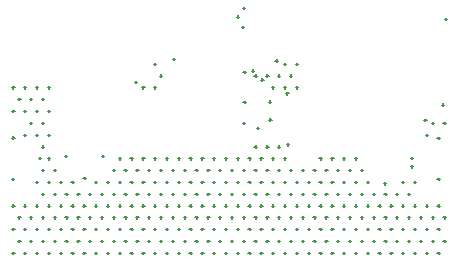
<source format=gbr>
%TF.GenerationSoftware,Altium Limited,Altium Designer,24.7.2 (38)*%
G04 Layer_Color=128*
%FSLAX45Y45*%
%MOMM*%
%TF.SameCoordinates,665F1D1F-C803-44D7-9F74-9D0A5895F251*%
%TF.FilePolarity,Positive*%
%TF.FileFunction,Drillmap*%
%TF.Part,Single*%
G01*
G75*
%TA.AperFunction,NonConductor*%
%ADD41C,0.12700*%
D41*
X10260000Y4757500D02*
X10280000D01*
X10270000Y4747500D02*
Y4767500D01*
X8635000Y4520000D02*
X8655000D01*
X8645000Y4510000D02*
Y4530000D01*
X8947500Y4522500D02*
X8967500D01*
X8957500Y4512500D02*
Y4532500D01*
X11840006Y4800003D02*
X11860006D01*
X11850006Y4790003D02*
Y4810003D01*
X11790006Y4100002D02*
X11810006D01*
X11800006Y4090002D02*
Y4110002D01*
X11840006Y4000002D02*
X11860006D01*
X11850006Y3990002D02*
Y4010002D01*
X11790006Y3900002D02*
X11810006D01*
X11800006Y3890002D02*
Y3910002D01*
X11840006Y3800002D02*
X11860006D01*
X11850006Y3790002D02*
Y3810002D01*
X11790006Y3700002D02*
X11810006D01*
X11800006Y3690002D02*
Y3710002D01*
X11740006Y4800003D02*
X11760006D01*
X11750006Y4790003D02*
Y4810003D01*
X11690006Y4700003D02*
X11710006D01*
X11700006Y4690003D02*
Y4710003D01*
X11690006Y4100002D02*
X11710006D01*
X11700006Y4090002D02*
Y4110002D01*
X11740006Y4000002D02*
X11760006D01*
X11750006Y3990002D02*
Y4010002D01*
X11690006Y3900002D02*
X11710006D01*
X11700006Y3890002D02*
Y3910002D01*
X11740006Y3800002D02*
X11760006D01*
X11750006Y3790002D02*
Y3810002D01*
X11690006Y3700002D02*
X11710006D01*
X11700006Y3690002D02*
Y3710002D01*
X11590006Y4300002D02*
X11610006D01*
X11600006Y4290002D02*
Y4310002D01*
X11590006Y4100002D02*
X11610006D01*
X11600006Y4090002D02*
Y4110002D01*
X11640006Y4000002D02*
X11660006D01*
X11650006Y3990002D02*
Y4010002D01*
X11590006Y3900002D02*
X11610006D01*
X11600006Y3890002D02*
Y3910002D01*
X11640006Y3800002D02*
X11660006D01*
X11650006Y3790002D02*
Y3810002D01*
X11590006Y3700002D02*
X11610006D01*
X11600006Y3690002D02*
Y3710002D01*
X11490006Y4300002D02*
X11510006D01*
X11500006Y4290002D02*
Y4310002D01*
X11540006Y4200002D02*
X11560006D01*
X11550006Y4190002D02*
Y4210002D01*
X11490006Y4100002D02*
X11510006D01*
X11500006Y4090002D02*
Y4110002D01*
X11540006Y4000002D02*
X11560006D01*
X11550006Y3990002D02*
Y4010002D01*
X11490006Y3900002D02*
X11510006D01*
X11500006Y3890002D02*
Y3910002D01*
X11540006Y3800002D02*
X11560006D01*
X11550006Y3790002D02*
Y3810002D01*
X11490006Y3700002D02*
X11510006D01*
X11500006Y3690002D02*
Y3710002D01*
X11440006Y4200002D02*
X11460006D01*
X11450006Y4190002D02*
Y4210002D01*
X11390006Y4100002D02*
X11410006D01*
X11400006Y4090002D02*
Y4110002D01*
X11440006Y4000002D02*
X11460006D01*
X11450006Y3990002D02*
Y4010002D01*
X11390006Y3900002D02*
X11410006D01*
X11400006Y3890002D02*
Y3910002D01*
X11440006Y3800002D02*
X11460006D01*
X11450006Y3790002D02*
Y3810002D01*
X11390006Y3700002D02*
X11410006D01*
X11400006Y3690002D02*
Y3710002D01*
X11340006Y4200002D02*
X11360006D01*
X11350006Y4190002D02*
Y4210002D01*
X11290006Y4100002D02*
X11310006D01*
X11300006Y4090002D02*
Y4110002D01*
X11340006Y4000002D02*
X11360006D01*
X11350006Y3990002D02*
Y4010002D01*
X11290006Y3900002D02*
X11310006D01*
X11300006Y3890002D02*
Y3910002D01*
X11340006Y3800002D02*
X11360006D01*
X11350006Y3790002D02*
Y3810002D01*
X11290006Y3700002D02*
X11310006D01*
X11300006Y3690002D02*
Y3710002D01*
X11190006Y4300002D02*
X11210006D01*
X11200006Y4290002D02*
Y4310002D01*
X11240006Y4200002D02*
X11260006D01*
X11250006Y4190002D02*
Y4210002D01*
X11190006Y4100002D02*
X11210006D01*
X11200006Y4090002D02*
Y4110002D01*
X11240006Y4000002D02*
X11260006D01*
X11250006Y3990002D02*
Y4010002D01*
X11190006Y3900002D02*
X11210006D01*
X11200006Y3890002D02*
Y3910002D01*
X11240006Y3800002D02*
X11260006D01*
X11250006Y3790002D02*
Y3810002D01*
X11190006Y3700002D02*
X11210006D01*
X11200006Y3690002D02*
Y3710002D01*
X11090006Y4500002D02*
X11110006D01*
X11100006Y4490002D02*
Y4510002D01*
X11140006Y4400002D02*
X11160006D01*
X11150006Y4390002D02*
Y4410002D01*
X11090006Y4300002D02*
X11110006D01*
X11100006Y4290002D02*
Y4310002D01*
X11140006Y4200002D02*
X11160006D01*
X11150006Y4190002D02*
Y4210002D01*
X11090006Y4100002D02*
X11110006D01*
X11100006Y4090002D02*
Y4110002D01*
X11140006Y4000002D02*
X11160006D01*
X11150006Y3990002D02*
Y4010002D01*
X11090006Y3900002D02*
X11110006D01*
X11100006Y3890002D02*
Y3910002D01*
X11140006Y3800002D02*
X11160006D01*
X11150006Y3790002D02*
Y3810002D01*
X11090006Y3700002D02*
X11110006D01*
X11100006Y3690002D02*
Y3710002D01*
X10990006Y4500002D02*
X11010006D01*
X11000006Y4490002D02*
Y4510002D01*
X11040006Y4400002D02*
X11060006D01*
X11050006Y4390002D02*
Y4410002D01*
X10990006Y4300002D02*
X11010006D01*
X11000006Y4290002D02*
Y4310002D01*
X11040006Y4200002D02*
X11060006D01*
X11050006Y4190002D02*
Y4210002D01*
X10990006Y4100002D02*
X11010006D01*
X11000006Y4090002D02*
Y4110002D01*
X11040006Y4000002D02*
X11060006D01*
X11050006Y3990002D02*
Y4010002D01*
X10990006Y3900002D02*
X11010006D01*
X11000006Y3890002D02*
Y3910002D01*
X11040006Y3800002D02*
X11060006D01*
X11050006Y3790002D02*
Y3810002D01*
X10990006Y3700002D02*
X11010006D01*
X11000006Y3690002D02*
Y3710002D01*
X10890006Y4500002D02*
X10910006D01*
X10900006Y4490002D02*
Y4510002D01*
X10940006Y4400002D02*
X10960006D01*
X10950006Y4390002D02*
Y4410002D01*
X10890006Y4300002D02*
X10910006D01*
X10900006Y4290002D02*
Y4310002D01*
X10940006Y4200002D02*
X10960006D01*
X10950006Y4190002D02*
Y4210002D01*
X10890006Y4100002D02*
X10910006D01*
X10900006Y4090002D02*
Y4110002D01*
X10940006Y4000002D02*
X10960006D01*
X10950006Y3990002D02*
Y4010002D01*
X10890006Y3900002D02*
X10910006D01*
X10900006Y3890002D02*
Y3910002D01*
X10940006Y3800002D02*
X10960006D01*
X10950006Y3790002D02*
Y3810002D01*
X10890006Y3700002D02*
X10910006D01*
X10900006Y3690002D02*
Y3710002D01*
X10790006Y4500002D02*
X10810006D01*
X10800006Y4490002D02*
Y4510002D01*
X10840006Y4400002D02*
X10860006D01*
X10850006Y4390002D02*
Y4410002D01*
X10790006Y4300002D02*
X10810006D01*
X10800006Y4290002D02*
Y4310002D01*
X10840006Y4200002D02*
X10860006D01*
X10850006Y4190002D02*
Y4210002D01*
X10790006Y4100002D02*
X10810006D01*
X10800006Y4090002D02*
Y4110002D01*
X10840006Y4000002D02*
X10860006D01*
X10850006Y3990002D02*
Y4010002D01*
X10790006Y3900002D02*
X10810006D01*
X10800006Y3890002D02*
Y3910002D01*
X10840006Y3800002D02*
X10860006D01*
X10850006Y3790002D02*
Y3810002D01*
X10790006Y3700002D02*
X10810006D01*
X10800006Y3690002D02*
Y3710002D01*
X10740006Y4400002D02*
X10760006D01*
X10750006Y4390002D02*
Y4410002D01*
X10690006Y4300002D02*
X10710006D01*
X10700006Y4290002D02*
Y4310002D01*
X10740006Y4200002D02*
X10760006D01*
X10750006Y4190002D02*
Y4210002D01*
X10690006Y4100002D02*
X10710006D01*
X10700006Y4090002D02*
Y4110002D01*
X10740006Y4000002D02*
X10760006D01*
X10750006Y3990002D02*
Y4010002D01*
X10690006Y3900002D02*
X10710006D01*
X10700006Y3890002D02*
Y3910002D01*
X10740006Y3800002D02*
X10760006D01*
X10750006Y3790002D02*
Y3810002D01*
X10690006Y3700002D02*
X10710006D01*
X10700006Y3690002D02*
Y3710002D01*
X10590006Y5300003D02*
X10610006D01*
X10600006Y5290003D02*
Y5310003D01*
X10590006Y5100003D02*
X10610006D01*
X10600006Y5090003D02*
Y5110003D01*
X10640006Y4400002D02*
X10660006D01*
X10650006Y4390002D02*
Y4410002D01*
X10590006Y4300002D02*
X10610006D01*
X10600006Y4290002D02*
Y4310002D01*
X10640006Y4200002D02*
X10660006D01*
X10650006Y4190002D02*
Y4210002D01*
X10590006Y4100002D02*
X10610006D01*
X10600006Y4090002D02*
Y4110002D01*
X10640006Y4000002D02*
X10660006D01*
X10650006Y3990002D02*
Y4010002D01*
X10590006Y3900002D02*
X10610006D01*
X10600006Y3890002D02*
Y3910002D01*
X10640006Y3800002D02*
X10660006D01*
X10650006Y3790002D02*
Y3810002D01*
X10590006Y3700002D02*
X10610006D01*
X10600006Y3690002D02*
Y3710002D01*
X10490006Y5300003D02*
X10510006D01*
X10500006Y5290003D02*
Y5310003D01*
X10540006Y5200003D02*
X10560006D01*
X10550006Y5190003D02*
Y5210003D01*
X10490006Y5100003D02*
X10510006D01*
X10500006Y5090003D02*
Y5110003D01*
X10490006Y4500002D02*
X10510006D01*
X10500006Y4490002D02*
Y4510002D01*
X10540006Y4400002D02*
X10560006D01*
X10550006Y4390002D02*
Y4410002D01*
X10490006Y4300002D02*
X10510006D01*
X10500006Y4290002D02*
Y4310002D01*
X10540006Y4200002D02*
X10560006D01*
X10550006Y4190002D02*
Y4210002D01*
X10490006Y4100002D02*
X10510006D01*
X10500006Y4090002D02*
Y4110002D01*
X10540006Y4000002D02*
X10560006D01*
X10550006Y3990002D02*
Y4010002D01*
X10490006Y3900002D02*
X10510006D01*
X10500006Y3890002D02*
Y3910002D01*
X10540006Y3800002D02*
X10560006D01*
X10550006Y3790002D02*
Y3810002D01*
X10490006Y3700002D02*
X10510006D01*
X10500006Y3690002D02*
Y3710002D01*
X10440006Y5200003D02*
X10460005D01*
X10450006Y5190003D02*
Y5210003D01*
X10390006Y5100003D02*
X10410006D01*
X10400006Y5090003D02*
Y5110003D01*
X10440006Y4600002D02*
X10460005D01*
X10450006Y4590003D02*
Y4610002D01*
X10390006Y4500002D02*
X10410006D01*
X10400006Y4490002D02*
Y4510002D01*
X10440006Y4400002D02*
X10460005D01*
X10450006Y4390002D02*
Y4410002D01*
X10390006Y4300002D02*
X10410006D01*
X10400006Y4290002D02*
Y4310002D01*
X10440006Y4200002D02*
X10460005D01*
X10450006Y4190002D02*
Y4210002D01*
X10390006Y4100002D02*
X10410006D01*
X10400006Y4090002D02*
Y4110002D01*
X10440006Y4000002D02*
X10460005D01*
X10450006Y3990002D02*
Y4010002D01*
X10390006Y3900002D02*
X10410006D01*
X10400006Y3890002D02*
Y3910002D01*
X10440006Y3800002D02*
X10460005D01*
X10450006Y3790002D02*
Y3810002D01*
X10390006Y3700002D02*
X10410006D01*
X10400006Y3690002D02*
Y3710002D01*
X10340005Y5200003D02*
X10360005D01*
X10350005Y5190003D02*
Y5210003D01*
X10340005Y4600002D02*
X10360005D01*
X10350005Y4590003D02*
Y4610002D01*
X10290006Y4500002D02*
X10310006D01*
X10300006Y4490002D02*
Y4510002D01*
X10340005Y4400002D02*
X10360005D01*
X10350005Y4390002D02*
Y4410002D01*
X10290006Y4300002D02*
X10310006D01*
X10300006Y4290002D02*
Y4310002D01*
X10340005Y4200002D02*
X10360005D01*
X10350005Y4190002D02*
Y4210002D01*
X10290006Y4100002D02*
X10310006D01*
X10300006Y4090002D02*
Y4110002D01*
X10340005Y4000002D02*
X10360005D01*
X10350005Y3990002D02*
Y4010002D01*
X10290006Y3900002D02*
X10310006D01*
X10300006Y3890002D02*
Y3910002D01*
X10340005Y3800002D02*
X10360005D01*
X10350005Y3790002D02*
Y3810002D01*
X10290006Y3700002D02*
X10310006D01*
X10300006Y3690002D02*
Y3710002D01*
X10240005Y5200003D02*
X10260005D01*
X10250005Y5190003D02*
Y5210003D01*
X10240005Y4600002D02*
X10260005D01*
X10250005Y4590003D02*
Y4610002D01*
X10190006Y4500002D02*
X10210005D01*
X10200006Y4490002D02*
Y4510002D01*
X10240005Y4400002D02*
X10260005D01*
X10250005Y4390002D02*
Y4410002D01*
X10190006Y4300002D02*
X10210005D01*
X10200006Y4290002D02*
Y4310002D01*
X10240005Y4200002D02*
X10260005D01*
X10250005Y4190002D02*
Y4210002D01*
X10190006Y4100002D02*
X10210005D01*
X10200006Y4090002D02*
Y4110002D01*
X10240005Y4000002D02*
X10260005D01*
X10250005Y3990002D02*
Y4010002D01*
X10190006Y3900002D02*
X10210005D01*
X10200006Y3890002D02*
Y3910002D01*
X10240005Y3800002D02*
X10260005D01*
X10250005Y3790002D02*
Y3810002D01*
X10190006Y3700002D02*
X10210005D01*
X10200006Y3690002D02*
Y3710002D01*
X10090005Y5700003D02*
X10110005D01*
X10100005Y5690003D02*
Y5710003D01*
X10140005Y4800003D02*
X10160005D01*
X10150005Y4790003D02*
Y4810003D01*
X10090005Y4500002D02*
X10110005D01*
X10100005Y4490002D02*
Y4510002D01*
X10140005Y4400002D02*
X10160005D01*
X10150005Y4390002D02*
Y4410002D01*
X10090005Y4300002D02*
X10110005D01*
X10100005Y4290002D02*
Y4310002D01*
X10140005Y4200002D02*
X10160005D01*
X10150005Y4190002D02*
Y4210002D01*
X10090005Y4100002D02*
X10110005D01*
X10100005Y4090002D02*
Y4110002D01*
X10140005Y4000002D02*
X10160005D01*
X10150005Y3990002D02*
Y4010002D01*
X10090005Y3900002D02*
X10110005D01*
X10100005Y3890002D02*
Y3910002D01*
X10140005Y3800002D02*
X10160005D01*
X10150005Y3790002D02*
Y3810002D01*
X10090005Y3700002D02*
X10110005D01*
X10100005Y3690002D02*
Y3710002D01*
X9990005Y4500002D02*
X10010005D01*
X10000005Y4490002D02*
Y4510002D01*
X10040005Y4400002D02*
X10060005D01*
X10050005Y4390002D02*
Y4410002D01*
X9990005Y4300002D02*
X10010005D01*
X10000005Y4290002D02*
Y4310002D01*
X10040005Y4200002D02*
X10060005D01*
X10050005Y4190002D02*
Y4210002D01*
X9990005Y4100002D02*
X10010005D01*
X10000005Y4090002D02*
Y4110002D01*
X10040005Y4000002D02*
X10060005D01*
X10050005Y3990002D02*
Y4010002D01*
X9990005Y3900002D02*
X10010005D01*
X10000005Y3890002D02*
Y3910002D01*
X10040005Y3800002D02*
X10060005D01*
X10050005Y3790002D02*
Y3810002D01*
X9990005Y3700002D02*
X10010005D01*
X10000005Y3690002D02*
Y3710002D01*
X9890005Y4500002D02*
X9910005D01*
X9900005Y4490002D02*
Y4510002D01*
X9940005Y4400002D02*
X9960005D01*
X9950005Y4390002D02*
Y4410002D01*
X9890005Y4300002D02*
X9910005D01*
X9900005Y4290002D02*
Y4310002D01*
X9940005Y4200002D02*
X9960005D01*
X9950005Y4190002D02*
Y4210002D01*
X9890005Y4100002D02*
X9910005D01*
X9900005Y4090002D02*
Y4110002D01*
X9940005Y4000002D02*
X9960005D01*
X9950005Y3990002D02*
Y4010002D01*
X9890005Y3900002D02*
X9910005D01*
X9900005Y3890002D02*
Y3910002D01*
X9940005Y3800002D02*
X9960005D01*
X9950005Y3790002D02*
Y3810002D01*
X9890005Y3700002D02*
X9910005D01*
X9900005Y3690002D02*
Y3710002D01*
X9790005Y4500002D02*
X9810005D01*
X9800005Y4490002D02*
Y4510002D01*
X9840005Y4400002D02*
X9860005D01*
X9850005Y4390002D02*
Y4410002D01*
X9790005Y4300002D02*
X9810005D01*
X9800005Y4290002D02*
Y4310002D01*
X9840005Y4200002D02*
X9860005D01*
X9850005Y4190002D02*
Y4210002D01*
X9790005Y4100002D02*
X9810005D01*
X9800005Y4090002D02*
Y4110002D01*
X9840005Y4000002D02*
X9860005D01*
X9850005Y3990002D02*
Y4010002D01*
X9790005Y3900002D02*
X9810005D01*
X9800005Y3890002D02*
Y3910002D01*
X9840005Y3800002D02*
X9860005D01*
X9850005Y3790002D02*
Y3810002D01*
X9790005Y3700002D02*
X9810005D01*
X9800005Y3690002D02*
Y3710002D01*
X9690005Y4500002D02*
X9710005D01*
X9700005Y4490002D02*
Y4510002D01*
X9740005Y4400002D02*
X9760005D01*
X9750005Y4390002D02*
Y4410002D01*
X9690005Y4300002D02*
X9710005D01*
X9700005Y4290002D02*
Y4310002D01*
X9740005Y4200002D02*
X9760005D01*
X9750005Y4190002D02*
Y4210002D01*
X9690005Y4100002D02*
X9710005D01*
X9700005Y4090002D02*
Y4110002D01*
X9740005Y4000002D02*
X9760005D01*
X9750005Y3990002D02*
Y4010002D01*
X9690005Y3900002D02*
X9710005D01*
X9700005Y3890002D02*
Y3910002D01*
X9740005Y3800002D02*
X9760005D01*
X9750005Y3790002D02*
Y3810002D01*
X9690005Y3700002D02*
X9710005D01*
X9700005Y3690002D02*
Y3710002D01*
X9590005Y4500002D02*
X9610005D01*
X9600005Y4490002D02*
Y4510002D01*
X9640005Y4400002D02*
X9660005D01*
X9650005Y4390002D02*
Y4410002D01*
X9590005Y4300002D02*
X9610005D01*
X9600005Y4290002D02*
Y4310002D01*
X9640005Y4200002D02*
X9660005D01*
X9650005Y4190002D02*
Y4210002D01*
X9590005Y4100002D02*
X9610005D01*
X9600005Y4090002D02*
Y4110002D01*
X9640005Y4000002D02*
X9660005D01*
X9650005Y3990002D02*
Y4010002D01*
X9590005Y3900002D02*
X9610005D01*
X9600005Y3890002D02*
Y3910002D01*
X9640005Y3800002D02*
X9660005D01*
X9650005Y3790002D02*
Y3810002D01*
X9590005Y3700002D02*
X9610005D01*
X9600005Y3690002D02*
Y3710002D01*
X9490005Y4500002D02*
X9510005D01*
X9500005Y4490002D02*
Y4510002D01*
X9540005Y4400002D02*
X9560005D01*
X9550005Y4390002D02*
Y4410002D01*
X9490005Y4300002D02*
X9510005D01*
X9500005Y4290002D02*
Y4310002D01*
X9540005Y4200002D02*
X9560005D01*
X9550005Y4190002D02*
Y4210002D01*
X9490005Y4100002D02*
X9510005D01*
X9500005Y4090002D02*
Y4110002D01*
X9540005Y4000002D02*
X9560005D01*
X9550005Y3990002D02*
Y4010002D01*
X9490005Y3900002D02*
X9510005D01*
X9500005Y3890002D02*
Y3910002D01*
X9540005Y3800002D02*
X9560005D01*
X9550005Y3790002D02*
Y3810002D01*
X9490005Y3700002D02*
X9510005D01*
X9500005Y3690002D02*
Y3710002D01*
X9390005Y5300003D02*
X9410005D01*
X9400005Y5290003D02*
Y5310003D01*
X9440005Y5200003D02*
X9460005D01*
X9450005Y5190003D02*
Y5210003D01*
X9390005Y5100003D02*
X9410005D01*
X9400005Y5090003D02*
Y5110003D01*
X9390005Y4500002D02*
X9410005D01*
X9400005Y4490002D02*
Y4510002D01*
X9440005Y4400002D02*
X9460005D01*
X9450005Y4390002D02*
Y4410002D01*
X9390005Y4300002D02*
X9410005D01*
X9400005Y4290002D02*
Y4310002D01*
X9440005Y4200002D02*
X9460005D01*
X9450005Y4190002D02*
Y4210002D01*
X9390005Y4100002D02*
X9410005D01*
X9400005Y4090002D02*
Y4110002D01*
X9440005Y4000002D02*
X9460005D01*
X9450005Y3990002D02*
Y4010002D01*
X9390005Y3900002D02*
X9410005D01*
X9400005Y3890002D02*
Y3910002D01*
X9440005Y3800002D02*
X9460005D01*
X9450005Y3790002D02*
Y3810002D01*
X9390005Y3700002D02*
X9410005D01*
X9400005Y3690002D02*
Y3710002D01*
X9290005Y5100003D02*
X9310005D01*
X9300005Y5090003D02*
Y5110003D01*
X9290005Y4500002D02*
X9310005D01*
X9300005Y4490002D02*
Y4510002D01*
X9340005Y4400002D02*
X9360005D01*
X9350005Y4390002D02*
Y4410002D01*
X9290005Y4300002D02*
X9310005D01*
X9300005Y4290002D02*
Y4310002D01*
X9340005Y4200002D02*
X9360005D01*
X9350005Y4190002D02*
Y4210002D01*
X9290005Y4100002D02*
X9310005D01*
X9300005Y4090002D02*
Y4110002D01*
X9340005Y4000002D02*
X9360005D01*
X9350005Y3990002D02*
Y4010002D01*
X9290005Y3900002D02*
X9310005D01*
X9300005Y3890002D02*
Y3910002D01*
X9340005Y3800002D02*
X9360005D01*
X9350005Y3790002D02*
Y3810002D01*
X9290005Y3700002D02*
X9310005D01*
X9300005Y3690002D02*
Y3710002D01*
X9190005Y4500002D02*
X9210005D01*
X9200005Y4490002D02*
Y4510002D01*
X9240005Y4400002D02*
X9260005D01*
X9250005Y4390002D02*
Y4410002D01*
X9190005Y4300002D02*
X9210005D01*
X9200005Y4290002D02*
Y4310002D01*
X9240005Y4200002D02*
X9260005D01*
X9250005Y4190002D02*
Y4210002D01*
X9190005Y4100002D02*
X9210005D01*
X9200005Y4090002D02*
Y4110002D01*
X9240005Y4000002D02*
X9260005D01*
X9250005Y3990002D02*
Y4010002D01*
X9190005Y3900002D02*
X9210005D01*
X9200005Y3890002D02*
Y3910002D01*
X9240005Y3800002D02*
X9260005D01*
X9250005Y3790002D02*
Y3810002D01*
X9190005Y3700002D02*
X9210005D01*
X9200005Y3690002D02*
Y3710002D01*
X9090005Y4500002D02*
X9110005D01*
X9100005Y4490002D02*
Y4510002D01*
X9140005Y4400002D02*
X9160005D01*
X9150005Y4390002D02*
Y4410002D01*
X9090005Y4300002D02*
X9110005D01*
X9100005Y4290002D02*
Y4310002D01*
X9140005Y4200002D02*
X9160005D01*
X9150005Y4190002D02*
Y4210002D01*
X9090005Y4100002D02*
X9110005D01*
X9100005Y4090002D02*
Y4110002D01*
X9140005Y4000002D02*
X9160005D01*
X9150005Y3990002D02*
Y4010002D01*
X9090005Y3900002D02*
X9110005D01*
X9100005Y3890002D02*
Y3910002D01*
X9140005Y3800002D02*
X9160005D01*
X9150005Y3790002D02*
Y3810002D01*
X9090005Y3700002D02*
X9110005D01*
X9100005Y3690002D02*
Y3710002D01*
X9040005Y4400002D02*
X9060005D01*
X9050005Y4390002D02*
Y4410002D01*
X8990005Y4300002D02*
X9010005D01*
X9000005Y4290002D02*
Y4310002D01*
X9040005Y4200002D02*
X9060005D01*
X9050005Y4190002D02*
Y4210002D01*
X8990005Y4100002D02*
X9010005D01*
X9000005Y4090002D02*
Y4110002D01*
X9040005Y4000002D02*
X9060005D01*
X9050005Y3990002D02*
Y4010002D01*
X8990005Y3900002D02*
X9010005D01*
X9000005Y3890002D02*
Y3910002D01*
X9040005Y3800002D02*
X9060005D01*
X9050005Y3790002D02*
Y3810002D01*
X8990005Y3700002D02*
X9010005D01*
X9000005Y3690002D02*
Y3710002D01*
X8890005Y4300002D02*
X8910005D01*
X8900005Y4290002D02*
Y4310002D01*
X8940005Y4200002D02*
X8960005D01*
X8950005Y4190002D02*
Y4210002D01*
X8890005Y4100002D02*
X8910005D01*
X8900005Y4090002D02*
Y4110002D01*
X8940005Y4000002D02*
X8960005D01*
X8950005Y3990002D02*
Y4010002D01*
X8890005Y3900002D02*
X8910005D01*
X8900005Y3890002D02*
Y3910002D01*
X8940005Y3800002D02*
X8960005D01*
X8950005Y3790002D02*
Y3810002D01*
X8890005Y3700002D02*
X8910005D01*
X8900005Y3690002D02*
Y3710002D01*
X8840005Y4200002D02*
X8860005D01*
X8850005Y4190002D02*
Y4210002D01*
X8790005Y4100002D02*
X8810005D01*
X8800005Y4090002D02*
Y4110002D01*
X8840005Y4000002D02*
X8860005D01*
X8850005Y3990002D02*
Y4010002D01*
X8790005Y3900002D02*
X8810005D01*
X8800005Y3890002D02*
Y3910002D01*
X8840005Y3800002D02*
X8860005D01*
X8850005Y3790002D02*
Y3810002D01*
X8790005Y3700002D02*
X8810005D01*
X8800005Y3690002D02*
Y3710002D01*
X8690005Y4300002D02*
X8710005D01*
X8700005Y4290002D02*
Y4310002D01*
X8740005Y4200002D02*
X8760005D01*
X8750005Y4190002D02*
Y4210002D01*
X8690005Y4100002D02*
X8710005D01*
X8700005Y4090002D02*
Y4110002D01*
X8740005Y4000002D02*
X8760005D01*
X8750005Y3990002D02*
Y4010002D01*
X8690005Y3900002D02*
X8710005D01*
X8700005Y3890002D02*
Y3910002D01*
X8740005Y3800002D02*
X8760005D01*
X8750005Y3790002D02*
Y3810002D01*
X8690005Y3700002D02*
X8710005D01*
X8700005Y3690002D02*
Y3710002D01*
X8590005Y4300002D02*
X8610005D01*
X8600005Y4290002D02*
Y4310002D01*
X8640005Y4200002D02*
X8660005D01*
X8650005Y4190002D02*
Y4210002D01*
X8590005Y4100002D02*
X8610005D01*
X8600005Y4090002D02*
Y4110002D01*
X8640005Y4000002D02*
X8660005D01*
X8650005Y3990002D02*
Y4010002D01*
X8590005Y3900002D02*
X8610005D01*
X8600005Y3890002D02*
Y3910002D01*
X8640005Y3800002D02*
X8660005D01*
X8650005Y3790002D02*
Y3810002D01*
X8590005Y3700002D02*
X8610005D01*
X8600005Y3690002D02*
Y3710002D01*
X8490005Y5100003D02*
X8510005D01*
X8500005Y5090003D02*
Y5110003D01*
X8490005Y4900003D02*
X8510005D01*
X8500005Y4890003D02*
Y4910003D01*
X8490005Y4700003D02*
X8510005D01*
X8500005Y4690003D02*
Y4710003D01*
X8490005Y4500002D02*
X8510005D01*
X8500005Y4490002D02*
Y4510002D01*
X8540005Y4400002D02*
X8560004D01*
X8550004Y4390002D02*
Y4410002D01*
X8490005Y4300002D02*
X8510005D01*
X8500005Y4290002D02*
Y4310002D01*
X8540005Y4200002D02*
X8560004D01*
X8550004Y4190002D02*
Y4210002D01*
X8490005Y4100002D02*
X8510005D01*
X8500005Y4090002D02*
Y4110002D01*
X8540005Y4000002D02*
X8560004D01*
X8550004Y3990002D02*
Y4010002D01*
X8490005Y3900002D02*
X8510005D01*
X8500005Y3890002D02*
Y3910002D01*
X8540005Y3800002D02*
X8560004D01*
X8550004Y3790002D02*
Y3810002D01*
X8490005Y3700002D02*
X8510005D01*
X8500005Y3690002D02*
Y3710002D01*
X8390005Y5100003D02*
X8410005D01*
X8400005Y5090003D02*
Y5110003D01*
X8440004Y5000003D02*
X8460004D01*
X8450004Y4990003D02*
Y5010003D01*
X8390005Y4900003D02*
X8410005D01*
X8400005Y4890003D02*
Y4910003D01*
X8440004Y4800003D02*
X8460004D01*
X8450004Y4790003D02*
Y4810003D01*
X8390005Y4700003D02*
X8410005D01*
X8400005Y4690003D02*
Y4710003D01*
X8440004Y4600002D02*
X8460004D01*
X8450004Y4590003D02*
Y4610002D01*
X8440004Y4400002D02*
X8460004D01*
X8450004Y4390002D02*
Y4410002D01*
X8390005Y4300002D02*
X8410005D01*
X8400005Y4290002D02*
Y4310002D01*
X8440004Y4200002D02*
X8460004D01*
X8450004Y4190002D02*
Y4210002D01*
X8390005Y4100002D02*
X8410005D01*
X8400005Y4090002D02*
Y4110002D01*
X8440004Y4000002D02*
X8460004D01*
X8450004Y3990002D02*
Y4010002D01*
X8390005Y3900002D02*
X8410005D01*
X8400005Y3890002D02*
Y3910002D01*
X8440004Y3800002D02*
X8460004D01*
X8450004Y3790002D02*
Y3810002D01*
X8390005Y3700002D02*
X8410005D01*
X8400005Y3690002D02*
Y3710002D01*
X8290005Y5100003D02*
X8310004D01*
X8300004Y5090003D02*
Y5110003D01*
X8340004Y5000003D02*
X8360004D01*
X8350004Y4990003D02*
Y5010003D01*
X8290005Y4900003D02*
X8310004D01*
X8300004Y4890003D02*
Y4910003D01*
X8340004Y4800003D02*
X8360004D01*
X8350004Y4790003D02*
Y4810003D01*
X8290005Y4700003D02*
X8310004D01*
X8300004Y4690003D02*
Y4710003D01*
X8290005Y4100002D02*
X8310004D01*
X8300004Y4090002D02*
Y4110002D01*
X8340004Y4000002D02*
X8360004D01*
X8350004Y3990002D02*
Y4010002D01*
X8290005Y3900002D02*
X8310004D01*
X8300004Y3890002D02*
Y3910002D01*
X8340004Y3800002D02*
X8360004D01*
X8350004Y3790002D02*
Y3810002D01*
X8290005Y3700002D02*
X8310004D01*
X8300004Y3690002D02*
Y3710002D01*
X8190004Y5100003D02*
X8210004D01*
X8200004Y5090003D02*
Y5110003D01*
X8240004Y5000003D02*
X8260004D01*
X8250004Y4990003D02*
Y5010003D01*
X8190004Y4900003D02*
X8210004D01*
X8200004Y4890003D02*
Y4910003D01*
X8190004Y4100002D02*
X8210004D01*
X8200004Y4090002D02*
Y4110002D01*
X8240004Y4000002D02*
X8260004D01*
X8250004Y3990002D02*
Y4010002D01*
X8190004Y3900002D02*
X8210004D01*
X8200004Y3890002D02*
Y3910002D01*
X8240004Y3800002D02*
X8260004D01*
X8250004Y3790002D02*
Y3810002D01*
X8190004Y3700002D02*
X8210004D01*
X8200004Y3690002D02*
Y3710002D01*
X10147500Y5230000D02*
X10167500D01*
X10157500Y5220000D02*
Y5240000D01*
X11852500Y5677500D02*
X11872500D01*
X11862500Y5667500D02*
Y5687500D01*
X9547500Y5342500D02*
X9567500D01*
X9557500Y5332500D02*
Y5352500D01*
X9230000Y5145000D02*
X9250000D01*
X9240000Y5135000D02*
Y5155000D01*
X10135000Y5612500D02*
X10155000D01*
X10145000Y5602500D02*
Y5622500D01*
X8190000Y4675000D02*
X8210000D01*
X8200000Y4665000D02*
Y4685000D01*
X8412500Y4502500D02*
X8432500D01*
X8422500Y4492500D02*
Y4512500D01*
X8185000Y4322500D02*
X8205000D01*
X8195000Y4312500D02*
Y4332500D01*
X8792500D02*
X8812500D01*
X8802500Y4322500D02*
Y4342500D01*
X10140000Y5775000D02*
X10160000D01*
X10150000Y5765000D02*
Y5785000D01*
X10417500Y5327500D02*
X10437500D01*
X10427500Y5317500D02*
Y5337500D01*
X10217500Y5242500D02*
X10237500D01*
X10227500Y5232500D02*
Y5252500D01*
X10297500Y5167500D02*
X10317500D01*
X10307500Y5157500D02*
Y5177500D01*
X10147500Y4977500D02*
X10167500D01*
X10157500Y4967500D02*
Y4987500D01*
X10510000Y5050000D02*
X10530000D01*
X10520000Y5040000D02*
Y5060000D01*
X10362500Y4980000D02*
X10382500D01*
X10372500Y4970000D02*
Y4990000D01*
X10365000Y4827500D02*
X10385000D01*
X10375000Y4817500D02*
Y4837500D01*
X10512500Y4617500D02*
X10532500D01*
X10522500Y4607500D02*
Y4627500D01*
X11335000Y4287500D02*
X11355000D01*
X11345000Y4277500D02*
Y4297500D01*
X11790000Y4327500D02*
X11810000D01*
X11800000Y4317500D02*
Y4337500D01*
X11565000Y4432500D02*
X11585000D01*
X11575000Y4422500D02*
Y4442500D01*
X11565000Y4502500D02*
X11585000D01*
X11575000Y4492500D02*
Y4512500D01*
X11790000Y4672500D02*
X11810000D01*
X11800000Y4662500D02*
Y4682500D01*
X11825000Y4955000D02*
X11845000D01*
X11835000Y4945000D02*
Y4965000D01*
X11677500Y4825000D02*
X11697500D01*
X11687500Y4815000D02*
Y4835000D01*
%TF.MD5,d8b1774e2e02a9eba350470282ac8e11*%
M02*

</source>
